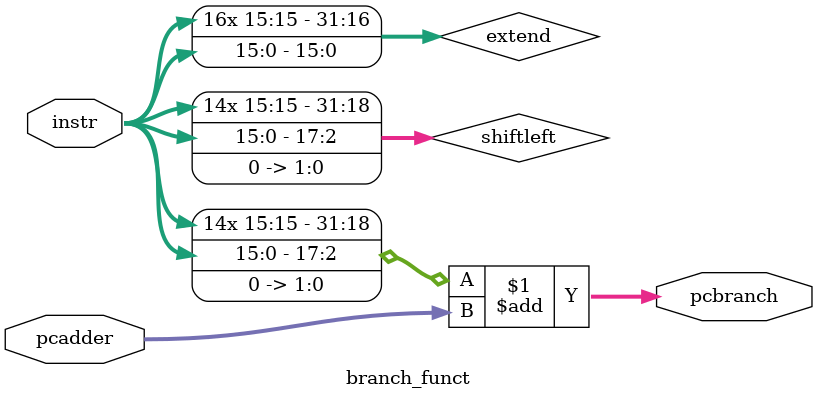
<source format=v>
module branch_funct #(parameter WIDTH = 32)(
  input [15:0] instr,
  input [WIDTH-1:0] pcadder,
  output [WIDTH-1:0] pcbranch
);

  wire [WIDTH-1:0] extend;
  wire [WIDTH-1:0] shiftleft;

  assign extend = {{16{instr[15]}}, instr};
  assign shiftleft = {extend[WIDTH-3:0], 2'b00}; // Shift left by 2
  assign pcbranch = shiftleft + pcadder;

endmodule

</source>
